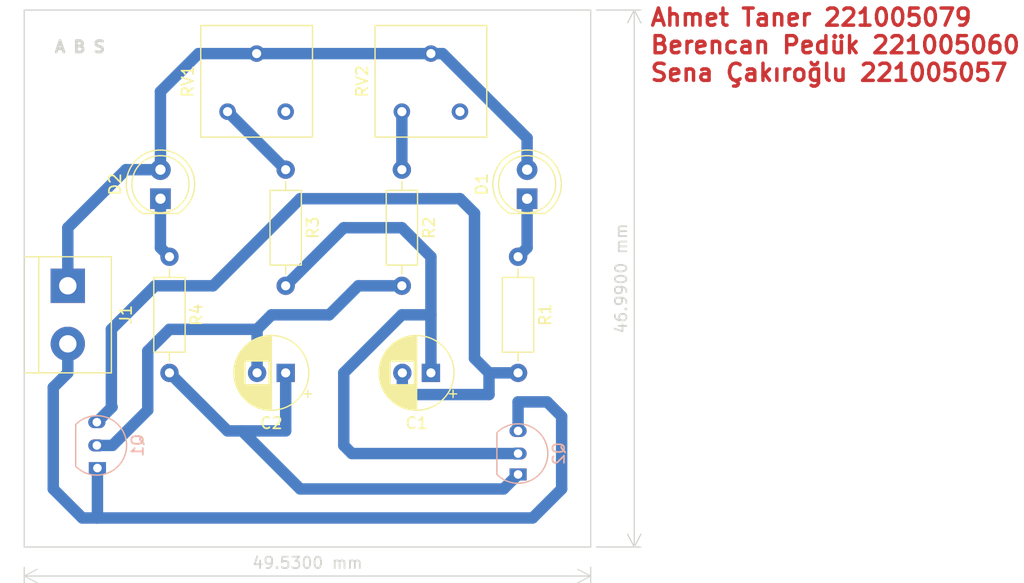
<source format=kicad_pcb>
(kicad_pcb (version 20221018) (generator pcbnew)
  (layers (0 "F.Cu" signal) (31 "B.Cu" signal) (34 "B.Paste" user) (35 "F.Paste" user) (36 "B.SilkS" user "B.Silkscreen") (37 "F.SilkS" user "F.Silkscreen") (38 "B.Mask" user) (39 "F.Mask" user) (44 "Edge.Cuts" user))
  (net 0 "")
  (net 1 "Net-(Q2-B)")
  (net 2 "Net-(Q1-E)")
  (net 3 "Net-(Q2-C)")
  (net 4 "Net-(Q1-B)")
  (net 5 "Net-(D1-K)")
  (net 6 "+9V")
  (net 7 "Net-(D2-K)")
  (net 8 "GND")
  (net 9 "Net-(R2-Pad1)")
  (net 10 "Net-(R3-Pad1)")
  (footprint "Capacitor_THT:CP_Radial_D6.3mm_P2.50mm" (layer "F.Cu") (at 144.78 106.68 180)
    (fp_text reference "C2" (at 1.25 -4.4) (layer "F.SilkS"))
    (fp_text value "10u")
    (fp_line (start -2.250241 -1.839) (end -1.620241 -1.839) (stroke (width 0.12)) (layer "F.SilkS"))
    (fp_line (start -1.935241 -2.154) (end -1.935241 -1.524) (stroke (width 0.12)) (layer "F.SilkS"))
    (fp_line (start 1.25 -3.23) (end 1.25 3.23) (stroke (width 0.12)) (layer "F.SilkS"))
    (fp_line (start 1.29 -3.23) (end 1.29 3.23) (stroke (width 0.12)) (layer "F.SilkS"))
    (fp_line (start 1.33 -3.23) (end 1.33 3.23) (stroke (width 0.12)) (layer "F.SilkS"))
    (fp_line (start 1.37 -3.228) (end 1.37 3.228) (stroke (width 0.12)) (layer "F.SilkS"))
    (fp_line (start 1.41 -3.227) (end 1.41 3.227) (stroke (width 0.12)) (layer "F.SilkS"))
    (fp_line (start 1.45 -3.224) (end 1.45 3.224) (stroke (width 0.12)) (layer "F.SilkS"))
    (fp_line (start 1.49 -3.222) (end 1.49 -1.04) (stroke (width 0.12)) (layer "F.SilkS"))
    (fp_line (start 1.49 1.04) (end 1.49 3.222) (stroke (width 0.12)) (layer "F.SilkS"))
    (fp_line (start 1.53 -3.218) (end 1.53 -1.04) (stroke (width 0.12)) (layer "F.SilkS"))
    (fp_line (start 1.53 1.04) (end 1.53 3.218) (stroke (width 0.12)) (layer "F.SilkS"))
    (fp_line (start 1.57 -3.215) (end 1.57 -1.04) (stroke (width 0.12)) (layer "F.SilkS"))
    (fp_line (start 1.57 1.04) (end 1.57 3.215) (stroke (width 0.12)) (layer "F.SilkS"))
    (fp_line (start 1.61 -3.211) (end 1.61 -1.04) (stroke (width 0.12)) (layer "F.SilkS"))
    (fp_line (start 1.61 1.04) (end 1.61 3.211) (stroke (width 0.12)) (layer "F.SilkS"))
    (fp_line (start 1.65 -3.206) (end 1.65 -1.04) (stroke (width 0.12)) (layer "F.SilkS"))
    (fp_line (start 1.65 1.04) (end 1.65 3.206) (stroke (width 0.12)) (layer "F.SilkS"))
    (fp_line (start 1.69 -3.201) (end 1.69 -1.04) (stroke (width 0.12)) (layer "F.SilkS"))
    (fp_line (start 1.69 1.04) (end 1.69 3.201) (stroke (width 0.12)) (layer "F.SilkS"))
    (fp_line (start 1.73 -3.195) (end 1.73 -1.04) (stroke (width 0.12)) (layer "F.SilkS"))
    (fp_line (start 1.73 1.04) (end 1.73 3.195) (stroke (width 0.12)) (layer "F.SilkS"))
    (fp_line (start 1.77 -3.189) (end 1.77 -1.04) (stroke (width 0.12)) (layer "F.SilkS"))
    (fp_line (start 1.77 1.04) (end 1.77 3.189) (stroke (width 0.12)) (layer "F.SilkS"))
    (fp_line (start 1.81 -3.182) (end 1.81 -1.04) (stroke (width 0.12)) (layer "F.SilkS"))
    (fp_line (start 1.81 1.04) (end 1.81 3.182) (stroke (width 0.12)) (layer "F.SilkS"))
    (fp_line (start 1.85 -3.175) (end 1.85 -1.04) (stroke (width 0.12)) (layer "F.SilkS"))
    (fp_line (start 1.85 1.04) (end 1.85 3.175) (stroke (width 0.12)) (layer "F.SilkS"))
    (fp_line (start 1.89 -3.167) (end 1.89 -1.04) (stroke (width 0.12)) (layer "F.SilkS"))
    (fp_line (start 1.89 1.04) (end 1.89 3.167) (stroke (width 0.12)) (layer "F.SilkS"))
    (fp_line (start 1.93 -3.159) (end 1.93 -1.04) (stroke (width 0.12)) (layer "F.SilkS"))
    (fp_line (start 1.93 1.04) (end 1.93 3.159) (stroke (width 0.12)) (layer "F.SilkS"))
    (fp_line (start 1.971 -3.15) (end 1.971 -1.04) (stroke (width 0.12)) (layer "F.SilkS"))
    (fp_line (start 1.971 1.04) (end 1.971 3.15) (stroke (width 0.12)) (layer "F.SilkS"))
    (fp_line (start 2.011 -3.141) (end 2.011 -1.04) (stroke (width 0.12)) (layer "F.SilkS"))
    (fp_line (start 2.011 1.04) (end 2.011 3.141) (stroke (width 0.12)) (layer "F.SilkS"))
    (fp_line (start 2.051 -3.131) (end 2.051 -1.04) (stroke (width 0.12)) (layer "F.SilkS"))
    (fp_line (start 2.051 1.04) (end 2.051 3.131) (stroke (width 0.12)) (layer "F.SilkS"))
    (fp_line (start 2.091 -3.121) (end 2.091 -1.04) (stroke (width 0.12)) (layer "F.SilkS"))
    (fp_line (start 2.091 1.04) (end 2.091 3.121) (stroke (width 0.12)) (layer "F.SilkS"))
    (fp_line (start 2.131 -3.11) (end 2.131 -1.04) (stroke (width 0.12)) (layer "F.SilkS"))
    (fp_line (start 2.131 1.04) (end 2.131 3.11) (stroke (width 0.12)) (layer "F.SilkS"))
    (fp_line (start 2.171 -3.098) (end 2.171 -1.04) (stroke (width 0.12)) (layer "F.SilkS"))
    (fp_line (start 2.171 1.04) (end 2.171 3.098) (stroke (width 0.12)) (layer "F.SilkS"))
    (fp_line (start 2.211 -3.086) (end 2.211 -1.04) (stroke (width 0.12)) (layer "F.SilkS"))
    (fp_line (start 2.211 1.04) (end 2.211 3.086) (stroke (width 0.12)) (layer "F.SilkS"))
    (fp_line (start 2.251 -3.074) (end 2.251 -1.04) (stroke (width 0.12)) (layer "F.SilkS"))
    (fp_line (start 2.251 1.04) (end 2.251 3.074) (stroke (width 0.12)) (layer "F.SilkS"))
    (fp_line (start 2.291 -3.061) (end 2.291 -1.04) (stroke (width 0.12)) (layer "F.SilkS"))
    (fp_line (start 2.291 1.04) (end 2.291 3.061) (stroke (width 0.12)) (layer "F.SilkS"))
    (fp_line (start 2.331 -3.047) (end 2.331 -1.04) (stroke (width 0.12)) (layer "F.SilkS"))
    (fp_line (start 2.331 1.04) (end 2.331 3.047) (stroke (width 0.12)) (layer "F.SilkS"))
    (fp_line (start 2.371 -3.033) (end 2.371 -1.04) (stroke (width 0.12)) (layer "F.SilkS"))
    (fp_line (start 2.371 1.04) (end 2.371 3.033) (stroke (width 0.12)) (layer "F.SilkS"))
    (fp_line (start 2.411 -3.018) (end 2.411 -1.04) (stroke (width 0.12)) (layer "F.SilkS"))
    (fp_line (start 2.411 1.04) (end 2.411 3.018) (stroke (width 0.12)) (layer "F.SilkS"))
    (fp_line (start 2.451 -3.002) (end 2.451 -1.04) (stroke (width 0.12)) (layer "F.SilkS"))
    (fp_line (start 2.451 1.04) (end 2.451 3.002) (stroke (width 0.12)) (layer "F.SilkS"))
    (fp_line (start 2.491 -2.986) (end 2.491 -1.04) (stroke (width 0.12)) (layer "F.SilkS"))
    (fp_line (start 2.491 1.04) (end 2.491 2.986) (stroke (width 0.12)) (layer "F.SilkS"))
    (fp_line (start 2.531 -2.97) (end 2.531 -1.04) (stroke (width 0.12)) (layer "F.SilkS"))
    (fp_line (start 2.531 1.04) (end 2.531 2.97) (stroke (width 0.12)) (layer "F.SilkS"))
    (fp_line (start 2.571 -2.952) (end 2.571 -1.04) (stroke (width 0.12)) (layer "F.SilkS"))
    (fp_line (start 2.571 1.04) (end 2.571 2.952) (stroke (width 0.12)) (layer "F.SilkS"))
    (fp_line (start 2.611 -2.934) (end 2.611 -1.04) (stroke (width 0.12)) (layer "F.SilkS"))
    (fp_line (start 2.611 1.04) (end 2.611 2.934) (stroke (width 0.12)) (layer "F.SilkS"))
    (fp_line (start 2.651 -2.916) (end 2.651 -1.04) (stroke (width 0.12)) (layer "F.SilkS"))
    (fp_line (start 2.651 1.04) (end 2.651 2.916) (stroke (width 0.12)) (layer "F.SilkS"))
    (fp_line (start 2.691 -2.896) (end 2.691 -1.04) (stroke (width 0.12)) (layer "F.SilkS"))
    (fp_line (start 2.691 1.04) (end 2.691 2.896) (stroke (width 0.12)) (layer "F.SilkS"))
    (fp_line (start 2.731 -2.876) (end 2.731 -1.04) (stroke (width 0.12)) (layer "F.SilkS"))
    (fp_line (start 2.731 1.04) (end 2.731 2.876) (stroke (width 0.12)) (layer "F.SilkS"))
    (fp_line (start 2.771 -2.856) (end 2.771 -1.04) (stroke (width 0.12)) (layer "F.SilkS"))
    (fp_line (start 2.771 1.04) (end 2.771 2.856) (stroke (width 0.12)) (layer "F.SilkS"))
    (fp_line (start 2.811 -2.834) (end 2.811 -1.04) (stroke (width 0.12)) (layer "F.SilkS"))
    (fp_line (start 2.811 1.04) (end 2.811 2.834) (stroke (width 0.12)) (layer "F.SilkS"))
    (fp_line (start 2.851 -2.812) (end 2.851 -1.04) (stroke (width 0.12)) (layer "F.SilkS"))
    (fp_line (start 2.851 1.04) (end 2.851 2.812) (stroke (width 0.12)) (layer "F.SilkS"))
    (fp_line (start 2.891 -2.79) (end 2.891 -1.04) (stroke (width 0.12)) (layer "F.SilkS"))
    (fp_line (start 2.891 1.04) (end 2.891 2.79) (stroke (width 0.12)) (layer "F.SilkS"))
    (fp_line (start 2.931 -2.766) (end 2.931 -1.04) (stroke (width 0.12)) (layer "F.SilkS"))
    (fp_line (start 2.931 1.04) (end 2.931 2.766) (stroke (width 0.12)) (layer "F.SilkS"))
    (fp_line (start 2.971 -2.742) (end 2.971 -1.04) (stroke (width 0.12)) (layer "F.SilkS"))
    (fp_line (start 2.971 1.04) (end 2.971 2.742) (stroke (width 0.12)) (layer "F.SilkS"))
    (fp_line (start 3.011 -2.716) (end 3.011 -1.04) (stroke (width 0.12)) (layer "F.SilkS"))
    (fp_line (start 3.011 1.04) (end 3.011 2.716) (stroke (width 0.12)) (layer "F.SilkS"))
    (fp_line (start 3.051 -2.69) (end 3.051 -1.04) (stroke (width 0.12)) (layer "F.SilkS"))
    (fp_line (start 3.051 1.04) (end 3.051 2.69) (stroke (width 0.12)) (layer "F.SilkS"))
    (fp_line (start 3.091 -2.664) (end 3.091 -1.04) (stroke (width 0.12)) (layer "F.SilkS"))
    (fp_line (start 3.091 1.04) (end 3.091 2.664) (stroke (width 0.12)) (layer "F.SilkS"))
    (fp_line (start 3.131 -2.636) (end 3.131 -1.04) (stroke (width 0.12)) (layer "F.SilkS"))
    (fp_line (start 3.131 1.04) (end 3.131 2.636) (stroke (width 0.12)) (layer "F.SilkS"))
    (fp_line (start 3.171 -2.607) (end 3.171 -1.04) (stroke (width 0.12)) (layer "F.SilkS"))
    (fp_line (start 3.171 1.04) (end 3.171 2.607) (stroke (width 0.12)) (layer "F.SilkS"))
    (fp_line (start 3.211 -2.578) (end 3.211 -1.04) (stroke (width 0.12)) (layer "F.SilkS"))
    (fp_line (start 3.211 1.04) (end 3.211 2.578) (stroke (width 0.12)) (layer "F.SilkS"))
    (fp_line (start 3.251 -2.548) (end 3.251 -1.04) (stroke (width 0.12)) (layer "F.SilkS"))
    (fp_line (start 3.251 1.04) (end 3.251 2.548) (stroke (width 0.12)) (layer "F.SilkS"))
    (fp_line (start 3.291 -2.516) (end 3.291 -1.04) (stroke (width 0.12)) (layer "F.SilkS"))
    (fp_line (start 3.291 1.04) (end 3.291 2.516) (stroke (width 0.12)) (layer "F.SilkS"))
    (fp_line (start 3.331 -2.484) (end 3.331 -1.04) (stroke (width 0.12)) (layer "F.SilkS"))
    (fp_line (start 3.331 1.04) (end 3.331 2.484) (stroke (width 0.12)) (layer "F.SilkS"))
    (fp_line (start 3.371 -2.45) (end 3.371 -1.04) (stroke (width 0.12)) (layer "F.SilkS"))
    (fp_line (start 3.371 1.04) (end 3.371 2.45) (stroke (width 0.12)) (layer "F.SilkS"))
    (fp_line (start 3.411 -2.416) (end 3.411 -1.04) (stroke (width 0.12)) (layer "F.SilkS"))
    (fp_line (start 3.411 1.04) (end 3.411 2.416) (stroke (width 0.12)) (layer "F.SilkS"))
    (fp_line (start 3.451 -2.38) (end 3.451 -1.04) (stroke (width 0.12)) (layer "F.SilkS"))
    (fp_line (start 3.451 1.04) (end 3.451 2.38) (stroke (width 0.12)) (layer "F.SilkS"))
    (fp_line (start 3.491 -2.343) (end 3.491 -1.04) (stroke (width 0.12)) (layer "F.SilkS"))
    (fp_line (start 3.491 1.04) (end 3.491 2.343) (stroke (width 0.12)) (layer "F.SilkS"))
    (fp_line (start 3.531 -2.305) (end 3.531 -1.04) (stroke (width 0.12)) (layer "F.SilkS"))
    (fp_line (start 3.531 1.04) (end 3.531 2.305) (stroke (width 0.12)) (layer "F.SilkS"))
    (fp_line (start 3.571 -2.265) (end 3.571 2.265) (stroke (width 0.12)) (layer "F.SilkS"))
    (fp_line (start 3.611 -2.224) (end 3.611 2.224) (stroke (width 0.12)) (layer "F.SilkS"))
    (fp_line (start 3.651 -2.182) (end 3.651 2.182) (stroke (width 0.12)) (layer "F.SilkS"))
    (fp_line (start 3.691 -2.137) (end 3.691 2.137) (stroke (width 0.12)) (layer "F.SilkS"))
    (fp_line (start 3.731 -2.092) (end 3.731 2.092) (stroke (width 0.12)) (layer "F.SilkS"))
    (fp_line (start 3.771 -2.044) (end 3.771 2.044) (stroke (width 0.12)) (layer "F.SilkS"))
    (fp_line (start 3.811 -1.995) (end 3.811 1.995) (stroke (width 0.12)) (layer "F.SilkS"))
    (fp_line (start 3.851 -1.944) (end 3.851 1.944) (stroke (width 0.12)) (layer "F.SilkS"))
    (fp_line (start 3.891 -1.89) (end 3.891 1.89) (stroke (width 0.12)) (layer "F.SilkS"))
    (fp_line (start 3.931 -1.834) (end 3.931 1.834) (stroke (width 0.12)) (layer "F.SilkS"))
    (fp_line (start 3.971 -1.776) (end 3.971 1.776) (stroke (width 0.12)) (layer "F.SilkS"))
    (fp_line (start 4.011 -1.714) (end 4.011 1.714) (stroke (width 0.12)) (layer "F.SilkS"))
    (fp_line (start 4.051 -1.65) (end 4.051 1.65) (stroke (width 0.12)) (layer "F.SilkS"))
    (fp_line (start 4.091 -1.581) (end 4.091 1.581) (stroke (width 0.12)) (layer "F.SilkS"))
    (fp_line (start 4.131 -1.509) (end 4.131 1.509) (stroke (width 0.12)) (layer "F.SilkS"))
    (fp_line (start 4.171 -1.432) (end 4.171 1.432) (stroke (width 0.12)) (layer "F.SilkS"))
    (fp_line (start 4.211 -1.35) (end 4.211 1.35) (stroke (width 0.12)) (layer "F.SilkS"))
    (fp_line (start 4.251 -1.262) (end 4.251 1.262) (stroke (width 0.12)) (layer "F.SilkS"))
    (fp_line (start 4.291 -1.165) (end 4.291 1.165) (stroke (width 0.12)) (layer "F.SilkS"))
    (fp_line (start 4.331 -1.059) (end 4.331 1.059) (stroke (width 0.12)) (layer "F.SilkS"))
    (fp_line (start 4.371 -0.94) (end 4.371 0.94) (stroke (width 0.12)) (layer "F.SilkS"))
    (fp_line (start 4.411 -0.802) (end 4.411 0.802) (stroke (width 0.12)) (layer "F.SilkS"))
    (fp_line (start 4.451 -0.633) (end 4.451 0.633) (stroke (width 0.12)) (layer "F.SilkS"))
    (fp_line (start 4.491 -0.402) (end 4.491 0.402) (stroke (width 0.12)) (layer "F.SilkS"))
    (fp_circle (center 1.25 0) (end 4.52 0) (stroke (width 0.12)) (fill none) (layer "F.SilkS"))
    (pad "1" thru_hole rect (at 0 0 180) (size 1.6 1.6) (drill 0.8) (layers "*.Cu" "*.Mask") (net 3 "Net-(Q2-C)"))
    (pad "2" thru_hole circle (at 2.5 0 180) (size 1.6 1.6) (drill 0.8) (layers "*.Cu" "*.Mask") (net 4 "Net-(Q1-B)"))
  )
  (footprint "Resistor_THT:R_Axial_DIN0207_L6.3mm_D2.5mm_P10.16mm_Horizontal" (layer "F.Cu") (at 134.62 96.52 -90)
    (fp_text reference "R4" (at 5.08 -2.37 90) (layer "F.SilkS"))
    (fp_text value "1K")
    (fp_line (start 1.04 0) (end 1.81 0) (stroke (width 0.12)) (layer "F.SilkS"))
    (fp_line (start 1.81 -1.37) (end 1.81 1.37) (stroke (width 0.12)) (layer "F.SilkS"))
    (fp_line (start 1.81 1.37) (end 8.35 1.37) (stroke (width 0.12)) (layer "F.SilkS"))
    (fp_line (start 8.35 -1.37) (end 1.81 -1.37) (stroke (width 0.12)) (layer "F.SilkS"))
    (fp_line (start 8.35 1.37) (end 8.35 -1.37) (stroke (width 0.12)) (layer "F.SilkS"))
    (fp_line (start 9.12 0) (end 8.35 0) (stroke (width 0.12)) (layer "F.SilkS"))
    (pad "1" thru_hole circle (at 0 0 270) (size 1.6 1.6) (drill 0.8) (layers "*.Cu" "*.Mask") (net 7 "Net-(D2-K)"))
    (pad "2" thru_hole oval (at 10.16 0 270) (size 1.6 1.6) (drill 0.8) (layers "*.Cu" "*.Mask") (net 3 "Net-(Q2-C)"))
  )
  (footprint "Resistor_THT:R_Axial_DIN0207_L6.3mm_D2.5mm_P10.16mm_Horizontal" (layer "F.Cu") (at 165.1 96.52 -90)
    (fp_text reference "R1" (at 5.08 -2.37 90) (layer "F.SilkS"))
    (fp_text value "1K")
    (fp_line (start 1.04 0) (end 1.81 0) (stroke (width 0.12)) (layer "F.SilkS"))
    (fp_line (start 1.81 -1.37) (end 1.81 1.37) (stroke (width 0.12)) (layer "F.SilkS"))
    (fp_line (start 1.81 1.37) (end 8.35 1.37) (stroke (width 0.12)) (layer "F.SilkS"))
    (fp_line (start 8.35 -1.37) (end 1.81 -1.37) (stroke (width 0.12)) (layer "F.SilkS"))
    (fp_line (start 8.35 1.37) (end 8.35 -1.37) (stroke (width 0.12)) (layer "F.SilkS"))
    (fp_line (start 9.12 0) (end 8.35 0) (stroke (width 0.12)) (layer "F.SilkS"))
    (pad "1" thru_hole circle (at 0 0 270) (size 1.6 1.6) (drill 0.8) (layers "*.Cu" "*.Mask") (net 5 "Net-(D1-K)"))
    (pad "2" thru_hole oval (at 10.16 0 270) (size 1.6 1.6) (drill 0.8) (layers "*.Cu" "*.Mask") (net 2 "Net-(Q1-E)"))
  )
  (footprint "Resistor_THT:R_Axial_DIN0207_L6.3mm_D2.5mm_P10.16mm_Horizontal" (layer "F.Cu") (at 154.94 88.9 -90)
    (fp_text reference "R2" (at 5.08 -2.37 90) (layer "F.SilkS"))
    (fp_text value "10K")
    (fp_line (start 1.04 0) (end 1.81 0) (stroke (width 0.12)) (layer "F.SilkS"))
    (fp_line (start 1.81 -1.37) (end 1.81 1.37) (stroke (width 0.12)) (layer "F.SilkS"))
    (fp_line (start 1.81 1.37) (end 8.35 1.37) (stroke (width 0.12)) (layer "F.SilkS"))
    (fp_line (start 8.35 -1.37) (end 1.81 -1.37) (stroke (width 0.12)) (layer "F.SilkS"))
    (fp_line (start 8.35 1.37) (end 8.35 -1.37) (stroke (width 0.12)) (layer "F.SilkS"))
    (fp_line (start 9.12 0) (end 8.35 0) (stroke (width 0.12)) (layer "F.SilkS"))
    (pad "1" thru_hole circle (at 0 0 270) (size 1.6 1.6) (drill 0.8) (layers "*.Cu" "*.Mask") (net 9 "Net-(R2-Pad1)"))
    (pad "2" thru_hole oval (at 10.16 0 270) (size 1.6 1.6) (drill 0.8) (layers "*.Cu" "*.Mask") (net 4 "Net-(Q1-B)"))
  )
  (footprint "Potentiometer_THT:Potentiometer_Bourns_3386F_Vertical" (layer "F.Cu") (at 160.02 83.82 90)
    (fp_text reference "RV2" (at 2.655 -8.555 90) (layer "F.SilkS"))
    (fp_text value "220K")
    (fp_line (start -2.23 -7.425) (end -2.23 2.345) (stroke (width 0.12)) (layer "F.SilkS"))
    (fp_line (start -2.23 -7.425) (end 7.54 -7.425) (stroke (width 0.12)) (layer "F.SilkS"))
    (fp_line (start -2.23 2.345) (end 7.54 2.345) (stroke (width 0.12)) (layer "F.SilkS"))
    (fp_line (start 7.54 -7.425) (end 7.54 2.345) (stroke (width 0.12)) (layer "F.SilkS"))
    (pad "1" thru_hole circle (at 0 0 90) (size 1.44 1.44) (drill 0.8) (layers "*.Cu" "*.Mask"))
    (pad "2" thru_hole circle (at 5.08 -2.54 90) (size 1.44 1.44) (drill 0.8) (layers "*.Cu" "*.Mask") (net 6 "+9V"))
    (pad "3" thru_hole circle (at 0 -5.08 90) (size 1.44 1.44) (drill 0.8) (layers "*.Cu" "*.Mask") (net 9 "Net-(R2-Pad1)"))
  )
  (footprint "Potentiometer_THT:Potentiometer_Bourns_3386F_Vertical" (layer "F.Cu") (at 144.78 83.82 90)
    (fp_text reference "RV1" (at 2.655 -8.555 90) (layer "F.SilkS"))
    (fp_text value "220K")
    (fp_line (start -2.23 -7.425) (end -2.23 2.345) (stroke (width 0.12)) (layer "F.SilkS"))
    (fp_line (start -2.23 -7.425) (end 7.54 -7.425) (stroke (width 0.12)) (layer "F.SilkS"))
    (fp_line (start -2.23 2.345) (end 7.54 2.345) (stroke (width 0.12)) (layer "F.SilkS"))
    (fp_line (start 7.54 -7.425) (end 7.54 2.345) (stroke (width 0.12)) (layer "F.SilkS"))
    (pad "1" thru_hole circle (at 0 0 90) (size 1.44 1.44) (drill 0.8) (layers "*.Cu" "*.Mask"))
    (pad "2" thru_hole circle (at 5.08 -2.54 90) (size 1.44 1.44) (drill 0.8) (layers "*.Cu" "*.Mask") (net 6 "+9V"))
    (pad "3" thru_hole circle (at 0 -5.08 90) (size 1.44 1.44) (drill 0.8) (layers "*.Cu" "*.Mask") (net 10 "Net-(R3-Pad1)"))
  )
  (footprint "LED_THT:LED_D5.0mm" (layer "F.Cu") (at 165.89 91.44 90)
    (fp_text reference "D1" (at 1.27 -3.96 90) (layer "F.SilkS"))
    (fp_text value "LED")
    (fp_line (start -1.29 -1.545) (end -1.29 1.545) (stroke (width 0.12)) (layer "F.SilkS"))
    (fp_arc (start -1.29 -1.54483) (mid 2.072002 -2.880433) (end 4.26 0.000462) (stroke (width 0.12)) (layer "F.SilkS"))
    (fp_arc (start 4.26 -0.000462) (mid 2.072002 2.880433) (end -1.29 1.54483) (stroke (width 0.12)) (layer "F.SilkS"))
    (fp_circle (center 1.27 0) (end 3.77 0) (stroke (width 0.12)) (fill none) (layer "F.SilkS"))
    (pad "1" thru_hole rect (at 0 0 90) (size 1.8 1.8) (drill 0.9) (layers "*.Cu" "*.Mask") (net 5 "Net-(D1-K)"))
    (pad "2" thru_hole circle (at 2.54 0 90) (size 1.8 1.8) (drill 0.9) (layers "*.Cu" "*.Mask") (net 6 "+9V"))
  )
  (footprint "TerminalBlock:TerminalBlock_bornier-2_P5.08mm" (layer "F.Cu") (at 125.73 99.06 -90)
    (fp_text reference "J1" (at 2.54 -5.08 90) (layer "F.SilkS"))
    (fp_text value "Conn_01x02")
    (fp_line (start -2.54 -3.81) (end -2.54 3.81) (stroke (width 0.12)) (layer "F.SilkS"))
    (fp_line (start -2.54 3.81) (end 7.62 3.81) (stroke (width 0.12)) (layer "F.SilkS"))
    (fp_line (start 7.62 -3.81) (end -2.54 -3.81) (stroke (width 0.12)) (layer "F.SilkS"))
    (fp_line (start 7.62 2.54) (end -2.54 2.54) (stroke (width 0.12)) (layer "F.SilkS"))
    (fp_line (start 7.62 3.81) (end 7.62 -3.81) (stroke (width 0.12)) (layer "F.SilkS"))
    (pad "1" thru_hole rect (at 0 0 270) (size 3 3) (drill 1.52) (layers "*.Cu" "*.Mask") (net 6 "+9V"))
    (pad "2" thru_hole circle (at 5.08 0 270) (size 3 3) (drill 1.52) (layers "*.Cu" "*.Mask") (net 8 "GND"))
  )
  (footprint "Resistor_THT:R_Axial_DIN0207_L6.3mm_D2.5mm_P10.16mm_Horizontal" (layer "F.Cu") (at 144.78 88.9 -90)
    (fp_text reference "R3" (at 5.08 -2.37 90) (layer "F.SilkS"))
    (fp_text value "10K")
    (fp_line (start 1.04 0) (end 1.81 0) (stroke (width 0.12)) (layer "F.SilkS"))
    (fp_line (start 1.81 -1.37) (end 1.81 1.37) (stroke (width 0.12)) (layer "F.SilkS"))
    (fp_line (start 1.81 1.37) (end 8.35 1.37) (stroke (width 0.12)) (layer "F.SilkS"))
    (fp_line (start 8.35 -1.37) (end 1.81 -1.37) (stroke (width 0.12)) (layer "F.SilkS"))
    (fp_line (start 8.35 1.37) (end 8.35 -1.37) (stroke (width 0.12)) (layer "F.SilkS"))
    (fp_line (start 9.12 0) (end 8.35 0) (stroke (width 0.12)) (layer "F.SilkS"))
    (pad "1" thru_hole circle (at 0 0 270) (size 1.6 1.6) (drill 0.8) (layers "*.Cu" "*.Mask") (net 10 "Net-(R3-Pad1)"))
    (pad "2" thru_hole oval (at 10.16 0 270) (size 1.6 1.6) (drill 0.8) (layers "*.Cu" "*.Mask") (net 1 "Net-(Q2-B)"))
  )
  (footprint "LED_THT:LED_D5.0mm" (layer "F.Cu") (at 133.83 91.44 90)
    (fp_text reference "D2" (at 1.27 -3.96 90) (layer "F.SilkS"))
    (fp_text value "LED")
    (fp_line (start -1.29 -1.545) (end -1.29 1.545) (stroke (width 0.12)) (layer "F.SilkS"))
    (fp_arc (start -1.29 -1.54483) (mid 2.072002 -2.880433) (end 4.26 0.000462) (stroke (width 0.12)) (layer "F.SilkS"))
    (fp_arc (start 4.26 -0.000462) (mid 2.072002 2.880433) (end -1.29 1.54483) (stroke (width 0.12)) (layer "F.SilkS"))
    (fp_circle (center 1.27 0) (end 3.77 0) (stroke (width 0.12)) (fill none) (layer "F.SilkS"))
    (pad "1" thru_hole rect (at 0 0 90) (size 1.8 1.8) (drill 0.9) (layers "*.Cu" "*.Mask") (net 7 "Net-(D2-K)"))
    (pad "2" thru_hole circle (at 2.54 0 90) (size 1.8 1.8) (drill 0.9) (layers "*.Cu" "*.Mask") (net 6 "+9V"))
  )
  (footprint "Capacitor_THT:CP_Radial_D6.3mm_P2.50mm" (layer "F.Cu") (at 157.48 106.68 180)
    (fp_text reference "C1" (at 1.25 -4.4) (layer "F.SilkS"))
    (fp_text value "10u")
    (fp_line (start -2.250241 -1.839) (end -1.620241 -1.839) (stroke (width 0.12)) (layer "F.SilkS"))
    (fp_line (start -1.935241 -2.154) (end -1.935241 -1.524) (stroke (width 0.12)) (layer "F.SilkS"))
    (fp_line (start 1.25 -3.23) (end 1.25 3.23) (stroke (width 0.12)) (layer "F.SilkS"))
    (fp_line (start 1.29 -3.23) (end 1.29 3.23) (stroke (width 0.12)) (layer "F.SilkS"))
    (fp_line (start 1.33 -3.23) (end 1.33 3.23) (stroke (width 0.12)) (layer "F.SilkS"))
    (fp_line (start 1.37 -3.228) (end 1.37 3.228) (stroke (width 0.12)) (layer "F.SilkS"))
    (fp_line (start 1.41 -3.227) (end 1.41 3.227) (stroke (width 0.12)) (layer "F.SilkS"))
    (fp_line (start 1.45 -3.224) (end 1.45 3.224) (stroke (width 0.12)) (layer "F.SilkS"))
    (fp_line (start 1.49 -3.222) (end 1.49 -1.04) (stroke (width 0.12)) (layer "F.SilkS"))
    (fp_line (start 1.49 1.04) (end 1.49 3.222) (stroke (width 0.12)) (layer "F.SilkS"))
    (fp_line (start 1.53 -3.218) (end 1.53 -1.04) (stroke (width 0.12)) (layer "F.SilkS"))
    (fp_line (start 1.53 1.04) (end 1.53 3.218) (stroke (width 0.12)) (layer "F.SilkS"))
    (fp_line (start 1.57 -3.215) (end 1.57 -1.04) (stroke (width 0.12)) (layer "F.SilkS"))
    (fp_line (start 1.57 1.04) (end 1.57 3.215) (stroke (width 0.12)) (layer "F.SilkS"))
    (fp_line (start 1.61 -3.211) (end 1.61 -1.04) (stroke (width 0.12)) (layer "F.SilkS"))
    (fp_line (start 1.61 1.04) (end 1.61 3.211) (stroke (width 0.12)) (layer "F.SilkS"))
    (fp_line (start 1.65 -3.206) (end 1.65 -1.04) (stroke (width 0.12)) (layer "F.SilkS"))
    (fp_line (start 1.65 1.04) (end 1.65 3.206) (stroke (width 0.12)) (layer "F.SilkS"))
    (fp_line (start 1.69 -3.201) (end 1.69 -1.04) (stroke (width 0.12)) (layer "F.SilkS"))
    (fp_line (start 1.69 1.04) (end 1.69 3.201) (stroke (width 0.12)) (layer "F.SilkS"))
    (fp_line (start 1.73 -3.195) (end 1.73 -1.04) (stroke (width 0.12)) (layer "F.SilkS"))
    (fp_line (start 1.73 1.04) (end 1.73 3.195) (stroke (width 0.12)) (layer "F.SilkS"))
    (fp_line (start 1.77 -3.189) (end 1.77 -1.04) (stroke (width 0.12)) (layer "F.SilkS"))
    (fp_line (start 1.77 1.04) (end 1.77 3.189) (stroke (width 0.12)) (layer "F.SilkS"))
    (fp_line (start 1.81 -3.182) (end 1.81 -1.04) (stroke (width 0.12)) (layer "F.SilkS"))
    (fp_line (start 1.81 1.04) (end 1.81 3.182) (stroke (width 0.12)) (layer "F.SilkS"))
    (fp_line (start 1.85 -3.175) (end 1.85 -1.04) (stroke (width 0.12)) (layer "F.SilkS"))
    (fp_line (start 1.85 1.04) (end 1.85 3.175) (stroke (width 0.12)) (layer "F.SilkS"))
    (fp_line (start 1.89 -3.167) (end 1.89 -1.04) (stroke (width 0.12)) (layer "F.SilkS"))
    (fp_line (start 1.89 1.04) (end 1.89 3.167) (stroke (width 0.12)) (layer "F.SilkS"))
    (fp_line (start 1.93 -3.159) (end 1.93 -1.04) (stroke (width 0.12)) (layer "F.SilkS"))
    (fp_line (start 1.93 1.04) (end 1.93 3.159) (stroke (width 0.12)) (layer "F.SilkS"))
    (fp_line (start 1.971 -3.15) (end 1.971 -1.04) (stroke (width 0.12)) (layer "F.SilkS"))
    (fp_line (start 1.971 1.04) (end 1.971 3.15) (stroke (width 0.12)) (layer "F.SilkS"))
    (fp_line (start 2.011 -3.141) (end 2.011 -1.04) (stroke (width 0.12)) (layer "F.SilkS"))
    (fp_line (start 2.011 1.04) (end 2.011 3.141) (stroke (width 0.12)) (layer "F.SilkS"))
    (fp_line (start 2.051 -3.131) (end 2.051 -1.04) (stroke (width 0.12)) (layer "F.SilkS"))
    (fp_line (start 2.051 1.04) (end 2.051 3.131) (stroke (width 0.12)) (layer "F.SilkS"))
    (fp_line (start 2.091 -3.121) (end 2.091 -1.04) (stroke (width 0.12)) (layer "F.SilkS"))
    (fp_line (start 2.091 1.04) (end 2.091 3.121) (stroke (width 0.12)) (layer "F.SilkS"))
    (fp_line (start 2.131 -3.11) (end 2.131 -1.04) (stroke (width 0.12)) (layer "F.SilkS"))
    (fp_line (start 2.131 1.04) (end 2.131 3.11) (stroke (width 0.12)) (layer "F.SilkS"))
    (fp_line (start 2.171 -3.098) (end 2.171 -1.04) (stroke (width 0.12)) (layer "F.SilkS"))
    (fp_line (start 2.171 1.04) (end 2.171 3.098) (stroke (width 0.12)) (layer "F.SilkS"))
    (fp_line (start 2.211 -3.086) (end 2.211 -1.04) (stroke (width 0.12)) (layer "F.SilkS"))
    (fp_line (start 2.211 1.04) (end 2.211 3.086) (stroke (width 0.12)) (layer "F.SilkS"))
    (fp_line (start 2.251 -3.074) (end 2.251 -1.04) (stroke (width 0.12)) (layer "F.SilkS"))
    (fp_line (start 2.251 1.04) (end 2.251 3.074) (stroke (width 0.12)) (layer "F.SilkS"))
    (fp_line (start 2.291 -3.061) (end 2.291 -1.04) (stroke (width 0.12)) (layer "F.SilkS"))
    (fp_line (start 2.291 1.04) (end 2.291 3.061) (stroke (width 0.12)) (layer "F.SilkS"))
    (fp_line (start 2.331 -3.047) (end 2.331 -1.04) (stroke (width 0.12)) (layer "F.SilkS"))
    (fp_line (start 2.331 1.04) (end 2.331 3.047) (stroke (width 0.12)) (layer "F.SilkS"))
    (fp_line (start 2.371 -3.033) (end 2.371 -1.04) (stroke (width 0.12)) (layer "F.SilkS"))
    (fp_line (start 2.371 1.04) (end 2.371 3.033) (stroke (width 0.12)) (layer "F.SilkS"))
    (fp_line (start 2.411 -3.018) (end 2.411 -1.04) (stroke (width 0.12)) (layer "F.SilkS"))
    (fp_line (start 2.411 1.04) (end 2.411 3.018) (stroke (width 0.12)) (layer "F.SilkS"))
    (fp_line (start 2.451 -3.002) (end 2.451 -1.04) (stroke (width 0.12)) (layer "F.SilkS"))
    (fp_line (start 2.451 1.04) (end 2.451 3.002) (stroke (width 0.12)) (layer "F.SilkS"))
    (fp_line (start 2.491 -2.986) (end 2.491 -1.04) (stroke (width 0.12)) (layer "F.SilkS"))
    (fp_line (start 2.491 1.04) (end 2.491 2.986) (stroke (width 0.12)) (layer "F.SilkS"))
    (fp_line (start 2.531 -2.97) (end 2.531 -1.04) (stroke (width 0.12)) (layer "F.SilkS"))
    (fp_line (start 2.531 1.04) (end 2.531 2.97) (stroke (width 0.12)) (layer "F.SilkS"))
    (fp_line (start 2.571 -2.952) (end 2.571 -1.04) (stroke (width 0.12)) (layer "F.SilkS"))
    (fp_line (start 2.571 1.04) (end 2.571 2.952) (stroke (width 0.12)) (layer "F.SilkS"))
    (fp_line (start 2.611 -2.934) (end 2.611 -1.04) (stroke (width 0.12)) (layer "F.SilkS"))
    (fp_line (start 2.611 1.04) (end 2.611 2.934) (stroke (width 0.12)) (layer "F.SilkS"))
    (fp_line (start 2.651 -2.916) (end 2.651 -1.04) (stroke (width 0.12)) (layer "F.SilkS"))
    (fp_line (start 2.651 1.04) (end 2.651 2.916) (stroke (width 0.12)) (layer "F.SilkS"))
    (fp_line (start 2.691 -2.896) (end 2.691 -1.04) (stroke (width 0.12)) (layer "F.SilkS"))
    (fp_line (start 2.691 1.04) (end 2.691 2.896) (stroke (width 0.12)) (layer "F.SilkS"))
    (fp_line (start 2.731 -2.876) (end 2.731 -1.04) (stroke (width 0.12)) (layer "F.SilkS"))
    (fp_line (start 2.731 1.04) (end 2.731 2.876) (stroke (width 0.12)) (layer "F.SilkS"))
    (fp_line (start 2.771 -2.856) (end 2.771 -1.04) (stroke (width 0.12)) (layer "F.SilkS"))
    (fp_line (start 2.771 1.04) (end 2.771 2.856) (stroke (width 0.12)) (layer "F.SilkS"))
    (fp_line (start 2.811 -2.834) (end 2.811 -1.04) (stroke (width 0.12)) (layer "F.SilkS"))
    (fp_line (start 2.811 1.04) (end 2.811 2.834) (stroke (width 0.12)) (layer "F.SilkS"))
    (fp_line (start 2.851 -2.812) (end 2.851 -1.04) (stroke (width 0.12)) (layer "F.SilkS"))
    (fp_line (start 2.851 1.04) (end 2.851 2.812) (stroke (width 0.12)) (layer "F.SilkS"))
    (fp_line (start 2.891 -2.79) (end 2.891 -1.04) (stroke (width 0.12)) (layer "F.SilkS"))
    (fp_line (start 2.891 1.04) (end 2.891 2.79) (stroke (width 0.12)) (layer "F.SilkS"))
    (fp_line (start 2.931 -2.766) (end 2.931 -1.04) (stroke (width 0.12)) (layer "F.SilkS"))
    (fp_line (start 2.931 1.04) (end 2.931 2.766) (stroke (width 0.12)) (layer "F.SilkS"))
    (fp_line (start 2.971 -2.742) (end 2.971 -1.04) (stroke (width 0.12)) (layer "F.SilkS"))
    (fp_line (start 2.971 1.04) (end 2.971 2.742) (stroke (width 0.12)) (layer "F.SilkS"))
    (fp_line (start 3.011 -2.716) (end 3.011 -1.04) (stroke (width 0.12)) (layer "F.SilkS"))
    (fp_line (start 3.011 1.04) (end 3.011 2.716) (stroke (width 0.12)) (layer "F.SilkS"))
    (fp_line (start 3.051 -2.69) (end 3.051 -1.04) (stroke (width 0.12)) (layer "F.SilkS"))
    (fp_line (start 3.051 1.04) (end 3.051 2.69) (stroke (width 0.12)) (layer "F.SilkS"))
    (fp_line (start 3.091 -2.664) (end 3.091 -1.04) (stroke (width 0.12)) (layer "F.SilkS"))
    (fp_line (start 3.091 1.04) (end 3.091 2.664) (stroke (width 0.12)) (layer "F.SilkS"))
    (fp_line (start 3.131 -2.636) (end 3.131 -1.04) (stroke (width 0.12)) (layer "F.SilkS"))
    (fp_line (start 3.131 1.04) (end 3.131 2.636) (stroke (width 0.12)) (layer "F.SilkS"))
    (fp_line (start 3.171 -2.607) (end 3.171 -1.04) (stroke (width 0.12)) (layer "F.SilkS"))
    (fp_line (start 3.171 1.04) (end 3.171 2.607) (stroke (width 0.12)) (layer "F.SilkS"))
    (fp_line (start 3.211 -2.578) (end 3.211 -1.04) (stroke (width 0.12)) (layer "F.SilkS"))
    (fp_line (start 3.211 1.04) (end 3.211 2.578) (stroke (width 0.12)) (layer "F.SilkS"))
    (fp_line (start 3.251 -2.548) (end 3.251 -1.04) (stroke (width 0.12)) (layer "F.SilkS"))
    (fp_line (start 3.251 1.04) (end 3.251 2.548) (stroke (width 0.12)) (layer "F.SilkS"))
    (fp_line (start 3.291 -2.516) (end 3.291 -1.04) (stroke (width 0.12)) (layer "F.SilkS"))
    (fp_line (start 3.291 1.04) (end 3.291 2.516) (stroke (width 0.12)) (layer "F.SilkS"))
    (fp_line (start 3.331 -2.484) (end 3.331 -1.04) (stroke (width 0.12)) (layer "F.SilkS"))
    (fp_line (start 3.331 1.04) (end 3.331 2.484) (stroke (width 0.12)) (layer "F.SilkS"))
    (fp_line (start 3.371 -2.45) (end 3.371 -1.04) (stroke (width 0.12)) (layer "F.SilkS"))
    (fp_line (start 3.371 1.04) (end 3.371 2.45) (stroke (width 0.12)) (layer "F.SilkS"))
    (fp_line (start 3.411 -2.416) (end 3.411 -1.04) (stroke (width 0.12)) (layer "F.SilkS"))
    (fp_line (start 3.411 1.04) (end 3.411 2.416) (stroke (width 0.12)) (layer "F.SilkS"))
    (fp_line (start 3.451 -2.38) (end 3.451 -1.04) (stroke (width 0.12)) (layer "F.SilkS"))
    (fp_line (start 3.451 1.04) (end 3.451 2.38) (stroke (width 0.12)) (layer "F.SilkS"))
    (fp_line (start 3.491 -2.343) (end 3.491 -1.04) (stroke (width 0.12)) (layer "F.SilkS"))
    (fp_line (start 3.491 1.04) (end 3.491 2.343) (stroke (width 0.12)) (layer "F.SilkS"))
    (fp_line (start 3.531 -2.305) (end 3.531 -1.04) (stroke (width 0.12)) (layer "F.SilkS"))
    (fp_line (start 3.531 1.04) (end 3.531 2.305) (stroke (width 0.12)) (layer "F.SilkS"))
    (fp_line (start 3.571 -2.265) (end 3.571 2.265) (stroke (width 0.12)) (layer "F.SilkS"))
    (fp_line (start 3.611 -2.224) (end 3.611 2.224) (stroke (width 0.12)) (layer "F.SilkS"))
    (fp_line (start 3.651 -2.182) (end 3.651 2.182) (stroke (width 0.12)) (layer "F.SilkS"))
    (fp_line (start 3.691 -2.137) (end 3.691 2.137) (stroke (width 0.12)) (layer "F.SilkS"))
    (fp_line (start 3.731 -2.092) (end 3.731 2.092) (stroke (width 0.12)) (layer "F.SilkS"))
    (fp_line (start 3.771 -2.044) (end 3.771 2.044) (stroke (width 0.12)) (layer "F.SilkS"))
    (fp_line (start 3.811 -1.995) (end 3.811 1.995) (stroke (width 0.12)) (layer "F.SilkS"))
    (fp_line (start 3.851 -1.944) (end 3.851 1.944) (stroke (width 0.12)) (layer "F.SilkS"))
    (fp_line (start 3.891 -1.89) (end 3.891 1.89) (stroke (width 0.12)) (layer "F.SilkS"))
    (fp_line (start 3.931 -1.834) (end 3.931 1.834) (stroke (width 0.12)) (layer "F.SilkS"))
    (fp_line (start 3.971 -1.776) (end 3.971 1.776) (stroke (width 0.12)) (layer "F.SilkS"))
    (fp_line (start 4.011 -1.714) (end 4.011 1.714) (stroke (width 0.12)) (layer "F.SilkS"))
    (fp_line (start 4.051 -1.65) (end 4.051 1.65) (stroke (width 0.12)) (layer "F.SilkS"))
    (fp_line (start 4.091 -1.581) (end 4.091 1.581) (stroke (width 0.12)) (layer "F.SilkS"))
    (fp_line (start 4.131 -1.509) (end 4.131 1.509) (stroke (width 0.12)) (layer "F.SilkS"))
    (fp_line (start 4.171 -1.432) (end 4.171 1.432) (stroke (width 0.12)) (layer "F.SilkS"))
    (fp_line (start 4.211 -1.35) (end 4.211 1.35) (stroke (width 0.12)) (layer "F.SilkS"))
    (fp_line (start 4.251 -1.262) (end 4.251 1.262) (stroke (width 0.12)) (layer "F.SilkS"))
    (fp_line (start 4.291 -1.165) (end 4.291 1.165) (stroke (width 0.12)) (layer "F.SilkS"))
    (fp_line (start 4.331 -1.059) (end 4.331 1.059) (stroke (width 0.12)) (layer "F.SilkS"))
    (fp_line (start 4.371 -0.94) (end 4.371 0.94) (stroke (width 0.12)) (layer "F.SilkS"))
    (fp_line (start 4.411 -0.802) (end 4.411 0.802) (stroke (width 0.12)) (layer "F.SilkS"))
    (fp_line (start 4.451 -0.633) (end 4.451 0.633) (stroke (width 0.12)) (layer "F.SilkS"))
    (fp_line (start 4.491 -0.402) (end 4.491 0.402) (stroke (width 0.12)) (layer "F.SilkS"))
    (fp_circle (center 1.25 0) (end 4.52 0) (stroke (width 0.12)) (fill none) (layer "F.SilkS"))
    (pad "1" thru_hole rect (at 0 0 180) (size 1.6 1.6) (drill 0.8) (layers "*.Cu" "*.Mask") (net 1 "Net-(Q2-B)"))
    (pad "2" thru_hole circle (at 2.5 0 180) (size 1.6 1.6) (drill 0.8) (layers "*.Cu" "*.Mask") (net 2 "Net-(Q1-E)"))
  )
  (footprint "Package_TO_SOT_THT:TO-92_Inline" (layer "B.Cu") (at 128.27 114.3 90)
    (fp_text reference "Q1" (at 1.27 3.56 90) (layer "B.SilkS") (effects (justify mirror)))
    (fp_text value "BC547")
    (fp_line (start -0.53 -1.85) (end 3.07 -1.85) (stroke (width 0.12)) (layer "B.SilkS"))
    (fp_arc (start 1.27 2.6) (mid -1.132087 0.994977) (end -0.568478 -1.838478) (stroke (width 0.12)) (layer "B.SilkS"))
    (fp_arc (start 3.108478 -1.838478) (mid 3.672087 0.994977) (end 1.27 2.6) (stroke (width 0.12)) (layer "B.SilkS"))
    (pad "1" thru_hole rect (at -0.7112 0.0508 90) (size 1.05 1.5) (drill 0.75) (layers "*.Cu" "*.Mask") (net 8 "GND"))
    (pad "2" thru_hole oval (at 1.27 0 90) (size 1.05 1.5) (drill 0.75) (layers "*.Cu" "*.Mask") (net 4 "Net-(Q1-B)"))
    (pad "3" thru_hole oval (at 3.302 0 90) (size 1.05 1.5) (drill 0.75) (layers "*.Cu" "*.Mask") (net 2 "Net-(Q1-E)"))
  )
  (footprint "Package_TO_SOT_THT:TO-92_Inline" (layer "B.Cu") (at 165.1 115.0112 90)
    (fp_text reference "Q2" (at 1.27 3.56 90) (layer "B.SilkS") (effects (justify mirror)))
    (fp_text value "BC547")
    (fp_line (start -0.53 -1.85) (end 3.07 -1.85) (stroke (width 0.12)) (layer "B.SilkS"))
    (fp_arc (start 1.27 2.6) (mid -1.132087 0.994977) (end -0.568478 -1.838478) (stroke (width 0.12)) (layer "B.SilkS"))
    (fp_arc (start 3.108478 -1.838478) (mid 3.672087 0.994977) (end 1.27 2.6) (stroke (width 0.12)) (layer "B.SilkS"))
    (pad "1" thru_hole rect (at -0.5588 0 90) (size 1.05 1.5) (drill 0.75) (layers "*.Cu" "*.Mask") (net 3 "Net-(Q2-C)"))
    (pad "2" thru_hole oval (at 1.27 0 90) (size 1.05 1.5) (drill 0.75) (layers "*.Cu" "*.Mask") (net 1 "Net-(Q2-B)"))
    (pad "3" thru_hole oval (at 3.2512 0 90) (size 1.05 1.5) (drill 0.75) (layers "*.Cu" "*.Mask") (net 8 "GND"))
  )
  (gr_line (start 171.45 121.92) (end 121.92 121.92) (stroke (width 0.1)) (layer "Edge.Cuts"))
  (gr_line (start 121.92 121.92) (end 121.92 74.93) (stroke (width 0.1)) (layer "Edge.Cuts"))
  (gr_line (start 121.92 74.93) (end 171.45 74.93) (stroke (width 0.1)) (layer "Edge.Cuts"))
  (gr_line (start 171.45 74.93) (end 171.45 121.92) (stroke (width 0.1)) (layer "Edge.Cuts"))
  (gr_text "Ahmet Taner 221005079\nBerencan Pedük 221005060\nSena Çakıroğlu 221005057" (at 176.53 81.28) (layer "F.Cu") (effects (font (size 1.5 1.5) (thickness 0.3) bold) (justify left bottom)))
  (gr_text "A B S" (at 124.46 78.74) (layer "Edge.Cuts") (effects (font (size 1 1) (thickness 0.25) bold) (justify left bottom)))
  (dimension (type aligned) (layer "Edge.Cuts") (pts (xy 171.45 121.92) (xy 171.45 74.93)) (height 3.81) (gr_text "46.9900 mm" (at 174.11 98.425 90) (layer "Edge.Cuts") (effects (font (size 1 1) (thickness 0.15)))) (format (prefix "") (suffix "") (units 3) (units_format 1) (precision 4)) (style (thickness 0.1) (arrow_length 1.27) (text_position_mode 0) (extension_height 0.58642) (extension_offset 0.5) keep_text_aligned))
  (dimension (type aligned) (layer "Edge.Cuts") (pts (xy 121.92 123.190001) (xy 171.45 123.190001)) (height 1.269999) (gr_text "49.5300 mm" (at 146.685 123.31) (layer "Edge.Cuts") (effects (font (size 1 1) (thickness 0.15)))) (format (prefix "") (suffix "") (units 3) (units_format 1) (precision 4)) (style (thickness 0.1) (arrow_length 1.27) (text_position_mode 0) (extension_height 0.58642) (extension_offset 0.5) keep_text_aligned))
  (segment (start 154.94 101.6) (end 157.48 101.6) (width 1) (layer "B.Cu") (net 1))
  (segment (start 149.86 113.03) (end 149.86 106.68) (width 1) (layer "B.Cu") (net 1))
  (segment (start 149.86 106.68) (end 154.94 101.6) (width 1) (layer "B.Cu") (net 1))
  (segment (start 144.78 99.06) (end 149.86 93.98) (width 1) (layer "B.Cu") (net 1))
  (segment (start 157.48 96.52) (end 157.48 101.6) (width 1) (layer "B.Cu") (net 1))
  (segment (start 165.1 113.7412) (end 150.5712 113.7412) (width 1) (layer "B.Cu") (net 1))
  (segment (start 157.48 101.6) (end 157.48 106.68) (width 1) (layer "B.Cu") (net 1))
  (segment (start 149.86 93.98) (end 154.94 93.98) (width 1) (layer "B.Cu") (net 1))
  (segment (start 150.5712 113.7412) (end 149.86 113.03) (width 1) (layer "B.Cu") (net 1))
  (segment (start 154.94 93.98) (end 157.48 96.52) (width 1) (layer "B.Cu") (net 1))
  (segment (start 155.58 108.58) (end 162.56 108.58) (width 1) (layer "B.Cu") (net 2))
  (segment (start 154.98 106.68) (end 154.98 107.98) (width 1) (layer "B.Cu") (net 2))
  (segment (start 133.35 99.06) (end 138.43 99.06) (width 1) (layer "B.Cu") (net 2))
  (segment (start 162.56 108.58) (end 162.56 106.68) (width 1) (layer "B.Cu") (net 2))
  (segment (start 129.54 102.87) (end 133.35 99.06) (width 1) (layer "B.Cu") (net 2))
  (segment (start 128.27 110.998) (end 129.6 109.668) (width 1) (layer "B.Cu") (net 2))
  (segment (start 161.29 92.71) (end 161.29 105.41) (width 1) (layer "B.Cu") (net 2))
  (segment (start 162.56 106.68) (end 165.1 106.68) (width 1) (layer "B.Cu") (net 2))
  (segment (start 160.02 91.44) (end 161.29 92.71) (width 1) (layer "B.Cu") (net 2))
  (segment (start 138.43 99.06) (end 146.05 91.44) (width 1) (layer "B.Cu") (net 2))
  (segment (start 161.29 105.41) (end 162.56 106.68) (width 1) (layer "B.Cu") (net 2))
  (segment (start 129.54 109.608) (end 129.54 102.87) (width 1) (layer "B.Cu") (net 2))
  (segment (start 154.98 107.98) (end 155.58 108.58) (width 1) (layer "B.Cu") (net 2))
  (segment (start 129.6 109.668) (end 129.54 109.608) (width 1) (layer "B.Cu") (net 2))
  (segment (start 146.05 91.44) (end 160.02 91.44) (width 1) (layer "B.Cu") (net 2))
  (segment (start 144.78 111.76) (end 139.7 111.76) (width 1) (layer "B.Cu") (net 3))
  (segment (start 165.1 115.57) (end 163.83 116.84) (width 1) (layer "B.Cu") (net 3))
  (segment (start 146.05 116.84) (end 140.97 111.76) (width 1) (layer "B.Cu") (net 3))
  (segment (start 163.83 116.84) (end 146.05 116.84) (width 1) (layer "B.Cu") (net 3))
  (segment (start 139.7 111.76) (end 134.62 106.68) (width 1) (layer "B.Cu") (net 3))
  (segment (start 144.78 106.68) (end 144.78 111.76) (width 1) (layer "B.Cu") (net 3))
  (segment (start 148.59 101.6) (end 143.55 101.6) (width 1) (layer "B.Cu") (net 4))
  (segment (start 129.63 113.03) (end 132.72 109.94) (width 1) (layer "B.Cu") (net 4))
  (segment (start 132.72 109.94) (end 132.72 104.77) (width 1) (layer "B.Cu") (net 4))
  (segment (start 143.55 101.6) (end 142.28 102.87) (width 1) (layer "B.Cu") (net 4))
  (segment (start 132.72 104.77) (end 134.62 102.87) (width 1) (layer "B.Cu") (net 4))
  (segment (start 128.27 113.03) (end 129.63 113.03) (width 1) (layer "B.Cu") (net 4))
  (segment (start 154.94 99.06) (end 151.13 99.06) (width 1) (layer "B.Cu") (net 4))
  (segment (start 134.62 102.87) (end 142.28 102.87) (width 1) (layer "B.Cu") (net 4))
  (segment (start 142.28 102.87) (end 142.28 106.68) (width 1) (layer "B.Cu") (net 4))
  (segment (start 151.13 99.06) (end 148.59 101.6) (width 1) (layer "B.Cu") (net 4))
  (segment (start 165.89 95.73) (end 165.1 96.52) (width 1) (layer "B.Cu") (net 5))
  (segment (start 165.89 91.44) (end 165.89 95.73) (width 1) (layer "B.Cu") (net 5))
  (segment (start 142.24 78.74) (end 137.16 78.74) (width 1) (layer "B.Cu") (net 6))
  (segment (start 125.73 93.98) (end 130.81 88.9) (width 1) (layer "B.Cu") (net 6))
  (segment (start 165.89 86.131767) (end 165.89 88.9) (width 1) (layer "B.Cu") (net 6))
  (segment (start 130.81 88.9) (end 133.83 88.9) (width 1) (layer "B.Cu") (net 6))
  (segment (start 142.24 78.74) (end 157.48 78.74) (width 1) (layer "B.Cu") (net 6))
  (segment (start 137.16 78.74) (end 133.83 82.07) (width 1) (layer "B.Cu") (net 6))
  (segment (start 133.83 82.07) (end 133.83 88.9) (width 1) (layer "B.Cu") (net 6))
  (segment (start 158.498233 78.74) (end 165.89 86.131767) (width 1) (layer "B.Cu") (net 6))
  (segment (start 157.48 78.74) (end 158.498233 78.74) (width 1) (layer "B.Cu") (net 6))
  (segment (start 125.73 99.06) (end 125.73 93.98) (width 1) (layer "B.Cu") (net 6))
  (segment (start 133.83 91.44) (end 133.83 95.73) (width 1) (layer "B.Cu") (net 7))
  (segment (start 133.83 95.73) (end 134.62 96.52) (width 1) (layer "B.Cu") (net 7))
  (segment (start 124.46 107.95) (end 125.73 106.68) (width 1) (layer "B.Cu") (net 8))
  (segment (start 128.3208 119.3292) (end 128.27 119.38) (width 1) (layer "B.Cu") (net 8))
  (segment (start 166.37 119.38) (end 128.27 119.38) (width 1) (layer "B.Cu") (net 8))
  (segment (start 124.46 116.84) (end 124.46 107.95) (width 1) (layer "B.Cu") (net 8))
  (segment (start 167.64 109.22) (end 168.91 110.49) (width 1) (layer "B.Cu") (net 8))
  (segment (start 165.1 111.76) (end 165.1 109.22) (width 1) (layer "B.Cu") (net 8))
  (segment (start 165.1 109.22) (end 167.64 109.22) (width 1) (layer "B.Cu") (net 8))
  (segment (start 124.46 116.84) (end 127 119.38) (width 1) (layer "B.Cu") (net 8))
  (segment (start 125.73 106.68) (end 125.73 104.14) (width 1) (layer "B.Cu") (net 8))
  (segment (start 168.91 116.84) (end 166.37 119.38) (width 1) (layer "B.Cu") (net 8))
  (segment (start 128.3208 115.0112) (end 128.3208 119.3292) (width 1) (layer "B.Cu") (net 8))
  (segment (start 127 119.38) (end 128.27 119.38) (width 1) (layer "B.Cu") (net 8))
  (segment (start 168.91 110.49) (end 168.91 116.84) (width 1) (layer "B.Cu") (net 8))
  (segment (start 154.94 83.82) (end 154.94 88.9) (width 1) (layer "B.Cu") (net 9))
  (segment (start 139.7 83.82) (end 144.78 88.9) (width 1) (layer "B.Cu") (net 10))
)
</source>
